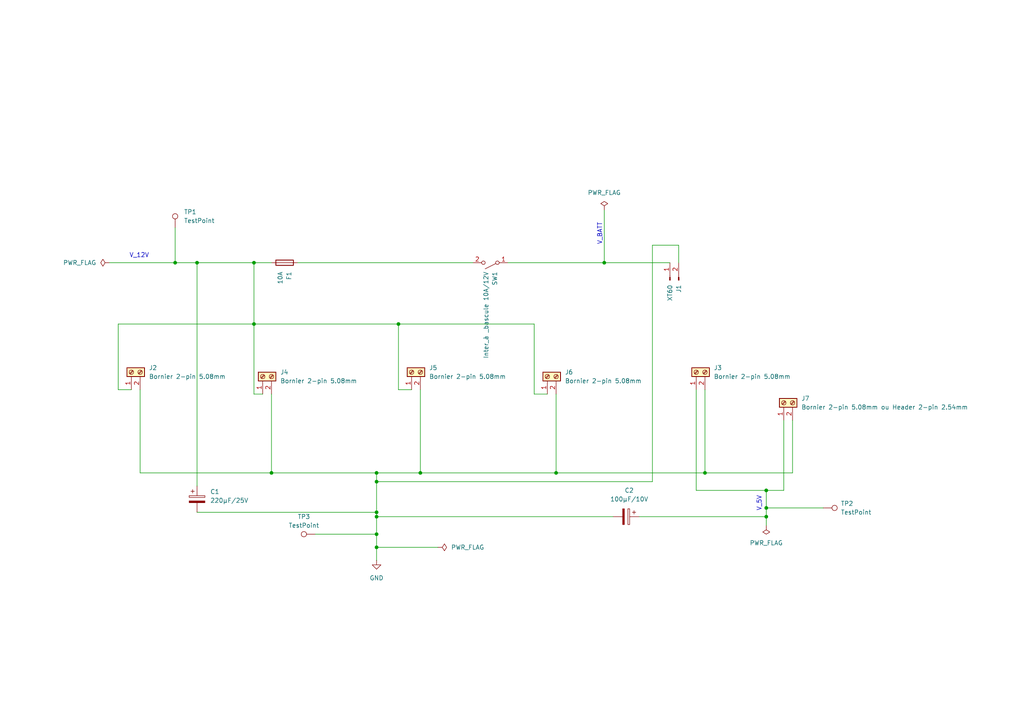
<source format=kicad_sch>
(kicad_sch
	(version 20250114)
	(generator "eeschema")
	(generator_version "9.0")
	(uuid "bedd8534-b7a0-41e8-89bb-cb664049b3c7")
	(paper "A4")
	(title_block
		(title "Carte Distribution Puissance")
		(date "23/11/2025")
		(rev "Premier schema")
		(company "Team SINJAB")
		(comment 1 "Gauthier")
	)
	(lib_symbols
		(symbol "Connector:Conn_01x02_Pin"
			(pin_names
				(offset 1.016)
				(hide yes)
			)
			(exclude_from_sim no)
			(in_bom yes)
			(on_board yes)
			(property "Reference" "J"
				(at 0 2.54 0)
				(effects
					(font
						(size 1.27 1.27)
					)
				)
			)
			(property "Value" "Conn_01x02_Pin"
				(at 0 -5.08 0)
				(effects
					(font
						(size 1.27 1.27)
					)
				)
			)
			(property "Footprint" ""
				(at 0 0 0)
				(effects
					(font
						(size 1.27 1.27)
					)
					(hide yes)
				)
			)
			(property "Datasheet" "~"
				(at 0 0 0)
				(effects
					(font
						(size 1.27 1.27)
					)
					(hide yes)
				)
			)
			(property "Description" "Generic connector, single row, 01x02, script generated"
				(at 0 0 0)
				(effects
					(font
						(size 1.27 1.27)
					)
					(hide yes)
				)
			)
			(property "ki_locked" ""
				(at 0 0 0)
				(effects
					(font
						(size 1.27 1.27)
					)
				)
			)
			(property "ki_keywords" "connector"
				(at 0 0 0)
				(effects
					(font
						(size 1.27 1.27)
					)
					(hide yes)
				)
			)
			(property "ki_fp_filters" "Connector*:*_1x??_*"
				(at 0 0 0)
				(effects
					(font
						(size 1.27 1.27)
					)
					(hide yes)
				)
			)
			(symbol "Conn_01x02_Pin_1_1"
				(rectangle
					(start 0.8636 0.127)
					(end 0 -0.127)
					(stroke
						(width 0.1524)
						(type default)
					)
					(fill
						(type outline)
					)
				)
				(rectangle
					(start 0.8636 -2.413)
					(end 0 -2.667)
					(stroke
						(width 0.1524)
						(type default)
					)
					(fill
						(type outline)
					)
				)
				(polyline
					(pts
						(xy 1.27 0) (xy 0.8636 0)
					)
					(stroke
						(width 0.1524)
						(type default)
					)
					(fill
						(type none)
					)
				)
				(polyline
					(pts
						(xy 1.27 -2.54) (xy 0.8636 -2.54)
					)
					(stroke
						(width 0.1524)
						(type default)
					)
					(fill
						(type none)
					)
				)
				(pin passive line
					(at 5.08 0 180)
					(length 3.81)
					(name "Pin_1"
						(effects
							(font
								(size 1.27 1.27)
							)
						)
					)
					(number "1"
						(effects
							(font
								(size 1.27 1.27)
							)
						)
					)
				)
				(pin passive line
					(at 5.08 -2.54 180)
					(length 3.81)
					(name "Pin_2"
						(effects
							(font
								(size 1.27 1.27)
							)
						)
					)
					(number "2"
						(effects
							(font
								(size 1.27 1.27)
							)
						)
					)
				)
			)
			(embedded_fonts no)
		)
		(symbol "Connector:Screw_Terminal_01x02"
			(pin_names
				(offset 1.016)
				(hide yes)
			)
			(exclude_from_sim no)
			(in_bom yes)
			(on_board yes)
			(property "Reference" "J"
				(at 0 2.54 0)
				(effects
					(font
						(size 1.27 1.27)
					)
				)
			)
			(property "Value" "Screw_Terminal_01x02"
				(at 0 -5.08 0)
				(effects
					(font
						(size 1.27 1.27)
					)
				)
			)
			(property "Footprint" ""
				(at 0 0 0)
				(effects
					(font
						(size 1.27 1.27)
					)
					(hide yes)
				)
			)
			(property "Datasheet" "~"
				(at 0 0 0)
				(effects
					(font
						(size 1.27 1.27)
					)
					(hide yes)
				)
			)
			(property "Description" "Generic screw terminal, single row, 01x02, script generated (kicad-library-utils/schlib/autogen/connector/)"
				(at 0 0 0)
				(effects
					(font
						(size 1.27 1.27)
					)
					(hide yes)
				)
			)
			(property "ki_keywords" "screw terminal"
				(at 0 0 0)
				(effects
					(font
						(size 1.27 1.27)
					)
					(hide yes)
				)
			)
			(property "ki_fp_filters" "TerminalBlock*:*"
				(at 0 0 0)
				(effects
					(font
						(size 1.27 1.27)
					)
					(hide yes)
				)
			)
			(symbol "Screw_Terminal_01x02_1_1"
				(rectangle
					(start -1.27 1.27)
					(end 1.27 -3.81)
					(stroke
						(width 0.254)
						(type default)
					)
					(fill
						(type background)
					)
				)
				(polyline
					(pts
						(xy -0.5334 0.3302) (xy 0.3302 -0.508)
					)
					(stroke
						(width 0.1524)
						(type default)
					)
					(fill
						(type none)
					)
				)
				(polyline
					(pts
						(xy -0.5334 -2.2098) (xy 0.3302 -3.048)
					)
					(stroke
						(width 0.1524)
						(type default)
					)
					(fill
						(type none)
					)
				)
				(polyline
					(pts
						(xy -0.3556 0.508) (xy 0.508 -0.3302)
					)
					(stroke
						(width 0.1524)
						(type default)
					)
					(fill
						(type none)
					)
				)
				(polyline
					(pts
						(xy -0.3556 -2.032) (xy 0.508 -2.8702)
					)
					(stroke
						(width 0.1524)
						(type default)
					)
					(fill
						(type none)
					)
				)
				(circle
					(center 0 0)
					(radius 0.635)
					(stroke
						(width 0.1524)
						(type default)
					)
					(fill
						(type none)
					)
				)
				(circle
					(center 0 -2.54)
					(radius 0.635)
					(stroke
						(width 0.1524)
						(type default)
					)
					(fill
						(type none)
					)
				)
				(pin passive line
					(at -5.08 0 0)
					(length 3.81)
					(name "Pin_1"
						(effects
							(font
								(size 1.27 1.27)
							)
						)
					)
					(number "1"
						(effects
							(font
								(size 1.27 1.27)
							)
						)
					)
				)
				(pin passive line
					(at -5.08 -2.54 0)
					(length 3.81)
					(name "Pin_2"
						(effects
							(font
								(size 1.27 1.27)
							)
						)
					)
					(number "2"
						(effects
							(font
								(size 1.27 1.27)
							)
						)
					)
				)
			)
			(embedded_fonts no)
		)
		(symbol "Connector:TestPoint"
			(pin_numbers
				(hide yes)
			)
			(pin_names
				(offset 0.762)
				(hide yes)
			)
			(exclude_from_sim no)
			(in_bom yes)
			(on_board yes)
			(property "Reference" "TP"
				(at 0 6.858 0)
				(effects
					(font
						(size 1.27 1.27)
					)
				)
			)
			(property "Value" "TestPoint"
				(at 0 5.08 0)
				(effects
					(font
						(size 1.27 1.27)
					)
				)
			)
			(property "Footprint" ""
				(at 5.08 0 0)
				(effects
					(font
						(size 1.27 1.27)
					)
					(hide yes)
				)
			)
			(property "Datasheet" "~"
				(at 5.08 0 0)
				(effects
					(font
						(size 1.27 1.27)
					)
					(hide yes)
				)
			)
			(property "Description" "test point"
				(at 0 0 0)
				(effects
					(font
						(size 1.27 1.27)
					)
					(hide yes)
				)
			)
			(property "ki_keywords" "test point tp"
				(at 0 0 0)
				(effects
					(font
						(size 1.27 1.27)
					)
					(hide yes)
				)
			)
			(property "ki_fp_filters" "Pin* Test*"
				(at 0 0 0)
				(effects
					(font
						(size 1.27 1.27)
					)
					(hide yes)
				)
			)
			(symbol "TestPoint_0_1"
				(circle
					(center 0 3.302)
					(radius 0.762)
					(stroke
						(width 0)
						(type default)
					)
					(fill
						(type none)
					)
				)
			)
			(symbol "TestPoint_1_1"
				(pin passive line
					(at 0 0 90)
					(length 2.54)
					(name "1"
						(effects
							(font
								(size 1.27 1.27)
							)
						)
					)
					(number "1"
						(effects
							(font
								(size 1.27 1.27)
							)
						)
					)
				)
			)
			(embedded_fonts no)
		)
		(symbol "Device:C_Polarized"
			(pin_numbers
				(hide yes)
			)
			(pin_names
				(offset 0.254)
			)
			(exclude_from_sim no)
			(in_bom yes)
			(on_board yes)
			(property "Reference" "C"
				(at 0.635 2.54 0)
				(effects
					(font
						(size 1.27 1.27)
					)
					(justify left)
				)
			)
			(property "Value" "C_Polarized"
				(at 0.635 -2.54 0)
				(effects
					(font
						(size 1.27 1.27)
					)
					(justify left)
				)
			)
			(property "Footprint" ""
				(at 0.9652 -3.81 0)
				(effects
					(font
						(size 1.27 1.27)
					)
					(hide yes)
				)
			)
			(property "Datasheet" "~"
				(at 0 0 0)
				(effects
					(font
						(size 1.27 1.27)
					)
					(hide yes)
				)
			)
			(property "Description" "Polarized capacitor"
				(at 0 0 0)
				(effects
					(font
						(size 1.27 1.27)
					)
					(hide yes)
				)
			)
			(property "ki_keywords" "cap capacitor"
				(at 0 0 0)
				(effects
					(font
						(size 1.27 1.27)
					)
					(hide yes)
				)
			)
			(property "ki_fp_filters" "CP_*"
				(at 0 0 0)
				(effects
					(font
						(size 1.27 1.27)
					)
					(hide yes)
				)
			)
			(symbol "C_Polarized_0_1"
				(rectangle
					(start -2.286 0.508)
					(end 2.286 1.016)
					(stroke
						(width 0)
						(type default)
					)
					(fill
						(type none)
					)
				)
				(polyline
					(pts
						(xy -1.778 2.286) (xy -0.762 2.286)
					)
					(stroke
						(width 0)
						(type default)
					)
					(fill
						(type none)
					)
				)
				(polyline
					(pts
						(xy -1.27 2.794) (xy -1.27 1.778)
					)
					(stroke
						(width 0)
						(type default)
					)
					(fill
						(type none)
					)
				)
				(rectangle
					(start 2.286 -0.508)
					(end -2.286 -1.016)
					(stroke
						(width 0)
						(type default)
					)
					(fill
						(type outline)
					)
				)
			)
			(symbol "C_Polarized_1_1"
				(pin passive line
					(at 0 3.81 270)
					(length 2.794)
					(name "~"
						(effects
							(font
								(size 1.27 1.27)
							)
						)
					)
					(number "1"
						(effects
							(font
								(size 1.27 1.27)
							)
						)
					)
				)
				(pin passive line
					(at 0 -3.81 90)
					(length 2.794)
					(name "~"
						(effects
							(font
								(size 1.27 1.27)
							)
						)
					)
					(number "2"
						(effects
							(font
								(size 1.27 1.27)
							)
						)
					)
				)
			)
			(embedded_fonts no)
		)
		(symbol "Device:Fuse"
			(pin_numbers
				(hide yes)
			)
			(pin_names
				(offset 0)
			)
			(exclude_from_sim no)
			(in_bom yes)
			(on_board yes)
			(property "Reference" "F"
				(at 2.032 0 90)
				(effects
					(font
						(size 1.27 1.27)
					)
				)
			)
			(property "Value" "Fuse"
				(at -1.905 0 90)
				(effects
					(font
						(size 1.27 1.27)
					)
				)
			)
			(property "Footprint" ""
				(at -1.778 0 90)
				(effects
					(font
						(size 1.27 1.27)
					)
					(hide yes)
				)
			)
			(property "Datasheet" "~"
				(at 0 0 0)
				(effects
					(font
						(size 1.27 1.27)
					)
					(hide yes)
				)
			)
			(property "Description" "Fuse"
				(at 0 0 0)
				(effects
					(font
						(size 1.27 1.27)
					)
					(hide yes)
				)
			)
			(property "ki_keywords" "fuse"
				(at 0 0 0)
				(effects
					(font
						(size 1.27 1.27)
					)
					(hide yes)
				)
			)
			(property "ki_fp_filters" "*Fuse*"
				(at 0 0 0)
				(effects
					(font
						(size 1.27 1.27)
					)
					(hide yes)
				)
			)
			(symbol "Fuse_0_1"
				(rectangle
					(start -0.762 -2.54)
					(end 0.762 2.54)
					(stroke
						(width 0.254)
						(type default)
					)
					(fill
						(type none)
					)
				)
				(polyline
					(pts
						(xy 0 2.54) (xy 0 -2.54)
					)
					(stroke
						(width 0)
						(type default)
					)
					(fill
						(type none)
					)
				)
			)
			(symbol "Fuse_1_1"
				(pin passive line
					(at 0 3.81 270)
					(length 1.27)
					(name "~"
						(effects
							(font
								(size 1.27 1.27)
							)
						)
					)
					(number "1"
						(effects
							(font
								(size 1.27 1.27)
							)
						)
					)
				)
				(pin passive line
					(at 0 -3.81 90)
					(length 1.27)
					(name "~"
						(effects
							(font
								(size 1.27 1.27)
							)
						)
					)
					(number "2"
						(effects
							(font
								(size 1.27 1.27)
							)
						)
					)
				)
			)
			(embedded_fonts no)
		)
		(symbol "Switch:SW_SPST"
			(pin_names
				(offset 0)
				(hide yes)
			)
			(exclude_from_sim no)
			(in_bom yes)
			(on_board yes)
			(property "Reference" "SW"
				(at 0 3.175 0)
				(effects
					(font
						(size 1.27 1.27)
					)
				)
			)
			(property "Value" "SW_SPST"
				(at 0 -2.54 0)
				(effects
					(font
						(size 1.27 1.27)
					)
				)
			)
			(property "Footprint" ""
				(at 0 0 0)
				(effects
					(font
						(size 1.27 1.27)
					)
					(hide yes)
				)
			)
			(property "Datasheet" "~"
				(at 0 0 0)
				(effects
					(font
						(size 1.27 1.27)
					)
					(hide yes)
				)
			)
			(property "Description" "Single Pole Single Throw (SPST) switch"
				(at 0 0 0)
				(effects
					(font
						(size 1.27 1.27)
					)
					(hide yes)
				)
			)
			(property "ki_keywords" "switch lever"
				(at 0 0 0)
				(effects
					(font
						(size 1.27 1.27)
					)
					(hide yes)
				)
			)
			(symbol "SW_SPST_0_0"
				(circle
					(center -2.032 0)
					(radius 0.508)
					(stroke
						(width 0)
						(type default)
					)
					(fill
						(type none)
					)
				)
				(polyline
					(pts
						(xy -1.524 0.254) (xy 1.524 1.778)
					)
					(stroke
						(width 0)
						(type default)
					)
					(fill
						(type none)
					)
				)
				(circle
					(center 2.032 0)
					(radius 0.508)
					(stroke
						(width 0)
						(type default)
					)
					(fill
						(type none)
					)
				)
			)
			(symbol "SW_SPST_1_1"
				(pin passive line
					(at -5.08 0 0)
					(length 2.54)
					(name "A"
						(effects
							(font
								(size 1.27 1.27)
							)
						)
					)
					(number "1"
						(effects
							(font
								(size 1.27 1.27)
							)
						)
					)
				)
				(pin passive line
					(at 5.08 0 180)
					(length 2.54)
					(name "B"
						(effects
							(font
								(size 1.27 1.27)
							)
						)
					)
					(number "2"
						(effects
							(font
								(size 1.27 1.27)
							)
						)
					)
				)
			)
			(embedded_fonts no)
		)
		(symbol "power:GND"
			(power)
			(pin_numbers
				(hide yes)
			)
			(pin_names
				(offset 0)
				(hide yes)
			)
			(exclude_from_sim no)
			(in_bom yes)
			(on_board yes)
			(property "Reference" "#PWR"
				(at 0 -6.35 0)
				(effects
					(font
						(size 1.27 1.27)
					)
					(hide yes)
				)
			)
			(property "Value" "GND"
				(at 0 -3.81 0)
				(effects
					(font
						(size 1.27 1.27)
					)
				)
			)
			(property "Footprint" ""
				(at 0 0 0)
				(effects
					(font
						(size 1.27 1.27)
					)
					(hide yes)
				)
			)
			(property "Datasheet" ""
				(at 0 0 0)
				(effects
					(font
						(size 1.27 1.27)
					)
					(hide yes)
				)
			)
			(property "Description" "Power symbol creates a global label with name \"GND\" , ground"
				(at 0 0 0)
				(effects
					(font
						(size 1.27 1.27)
					)
					(hide yes)
				)
			)
			(property "ki_keywords" "global power"
				(at 0 0 0)
				(effects
					(font
						(size 1.27 1.27)
					)
					(hide yes)
				)
			)
			(symbol "GND_0_1"
				(polyline
					(pts
						(xy 0 0) (xy 0 -1.27) (xy 1.27 -1.27) (xy 0 -2.54) (xy -1.27 -1.27) (xy 0 -1.27)
					)
					(stroke
						(width 0)
						(type default)
					)
					(fill
						(type none)
					)
				)
			)
			(symbol "GND_1_1"
				(pin power_in line
					(at 0 0 270)
					(length 0)
					(name "~"
						(effects
							(font
								(size 1.27 1.27)
							)
						)
					)
					(number "1"
						(effects
							(font
								(size 1.27 1.27)
							)
						)
					)
				)
			)
			(embedded_fonts no)
		)
		(symbol "power:PWR_FLAG"
			(power)
			(pin_numbers
				(hide yes)
			)
			(pin_names
				(offset 0)
				(hide yes)
			)
			(exclude_from_sim no)
			(in_bom yes)
			(on_board yes)
			(property "Reference" "#FLG"
				(at 0 1.905 0)
				(effects
					(font
						(size 1.27 1.27)
					)
					(hide yes)
				)
			)
			(property "Value" "PWR_FLAG"
				(at 0 3.81 0)
				(effects
					(font
						(size 1.27 1.27)
					)
				)
			)
			(property "Footprint" ""
				(at 0 0 0)
				(effects
					(font
						(size 1.27 1.27)
					)
					(hide yes)
				)
			)
			(property "Datasheet" "~"
				(at 0 0 0)
				(effects
					(font
						(size 1.27 1.27)
					)
					(hide yes)
				)
			)
			(property "Description" "Special symbol for telling ERC where power comes from"
				(at 0 0 0)
				(effects
					(font
						(size 1.27 1.27)
					)
					(hide yes)
				)
			)
			(property "ki_keywords" "flag power"
				(at 0 0 0)
				(effects
					(font
						(size 1.27 1.27)
					)
					(hide yes)
				)
			)
			(symbol "PWR_FLAG_0_0"
				(pin power_out line
					(at 0 0 90)
					(length 0)
					(name "~"
						(effects
							(font
								(size 1.27 1.27)
							)
						)
					)
					(number "1"
						(effects
							(font
								(size 1.27 1.27)
							)
						)
					)
				)
			)
			(symbol "PWR_FLAG_0_1"
				(polyline
					(pts
						(xy 0 0) (xy 0 1.27) (xy -1.016 1.905) (xy 0 2.54) (xy 1.016 1.905) (xy 0 1.27)
					)
					(stroke
						(width 0)
						(type default)
					)
					(fill
						(type none)
					)
				)
			)
			(embedded_fonts no)
		)
	)
	(text "V_12V"
		(exclude_from_sim no)
		(at 40.386 74.168 0)
		(effects
			(font
				(size 1.27 1.27)
			)
		)
		(uuid "01a7948e-ffbd-4241-a458-307bd8501d26")
	)
	(text "V_BATT"
		(exclude_from_sim no)
		(at 173.99 67.818 90)
		(effects
			(font
				(size 1.27 1.27)
			)
		)
		(uuid "67d33656-f923-47f3-840d-887d8ecc5e69")
	)
	(text "V_5V"
		(exclude_from_sim no)
		(at 220.218 146.05 90)
		(effects
			(font
				(size 1.27 1.27)
			)
		)
		(uuid "6a4a62ad-ad76-478d-88ef-86f59206c607")
	)
	(junction
		(at 109.22 137.16)
		(diameter 0)
		(color 0 0 0 0)
		(uuid "00a9563a-2336-47b3-8a77-561b24295d4a")
	)
	(junction
		(at 109.22 154.94)
		(diameter 0)
		(color 0 0 0 0)
		(uuid "103197af-7461-43cf-96f4-97f8f3dcd618")
	)
	(junction
		(at 222.25 142.24)
		(diameter 0)
		(color 0 0 0 0)
		(uuid "10f2a18b-e8ad-4a50-807b-37ef7664964c")
	)
	(junction
		(at 175.26 76.2)
		(diameter 0)
		(color 0 0 0 0)
		(uuid "19ca2f10-abd7-413e-a7c0-e5c52c48e097")
	)
	(junction
		(at 78.74 137.16)
		(diameter 0)
		(color 0 0 0 0)
		(uuid "21e012a8-2bc7-4a16-aa86-742006e2127d")
	)
	(junction
		(at 57.15 76.2)
		(diameter 0)
		(color 0 0 0 0)
		(uuid "360f2285-63e1-42ee-8fb5-003598868c39")
	)
	(junction
		(at 73.66 76.2)
		(diameter 0)
		(color 0 0 0 0)
		(uuid "51262c92-c625-4efc-abf3-6eeb524ba74e")
	)
	(junction
		(at 115.57 93.98)
		(diameter 0)
		(color 0 0 0 0)
		(uuid "573de7a7-3534-48e4-bdaa-db12bf3ffb4c")
	)
	(junction
		(at 161.29 137.16)
		(diameter 0)
		(color 0 0 0 0)
		(uuid "637e05c9-dfb0-4204-9abc-60a7a90f1692")
	)
	(junction
		(at 73.66 93.98)
		(diameter 0)
		(color 0 0 0 0)
		(uuid "876dc1ba-7ad3-432a-99d3-292410c14e60")
	)
	(junction
		(at 109.22 158.75)
		(diameter 0)
		(color 0 0 0 0)
		(uuid "8aa274b1-3b23-4da9-96e0-5d61ba89c0f6")
	)
	(junction
		(at 109.22 148.59)
		(diameter 0)
		(color 0 0 0 0)
		(uuid "9422b05d-072b-4bc5-b872-ba67e3b3bef9")
	)
	(junction
		(at 109.22 149.86)
		(diameter 0)
		(color 0 0 0 0)
		(uuid "94aeb564-e97b-4572-8f1d-a906068ce2a8")
	)
	(junction
		(at 222.25 149.86)
		(diameter 0)
		(color 0 0 0 0)
		(uuid "adc1b856-c07a-4c44-bbe1-0aa9a580ae87")
	)
	(junction
		(at 50.8 76.2)
		(diameter 0)
		(color 0 0 0 0)
		(uuid "adefc066-a595-41cb-81d2-c330c6607c54")
	)
	(junction
		(at 109.22 139.7)
		(diameter 0)
		(color 0 0 0 0)
		(uuid "bcaf0bd6-6ee8-4378-bdf5-1ea1e6483556")
	)
	(junction
		(at 121.92 137.16)
		(diameter 0)
		(color 0 0 0 0)
		(uuid "e28d0538-f80a-41ba-b2f5-04997902edef")
	)
	(junction
		(at 204.47 137.16)
		(diameter 0)
		(color 0 0 0 0)
		(uuid "ff16c145-93fb-42d4-b9e7-bbc4f5962b10")
	)
	(junction
		(at 222.25 147.32)
		(diameter 0)
		(color 0 0 0 0)
		(uuid "ff4756a1-f7b8-4001-af9f-dc7821faba88")
	)
	(wire
		(pts
			(xy 222.25 142.24) (xy 222.25 147.32)
		)
		(stroke
			(width 0)
			(type default)
		)
		(uuid "06d5248c-543f-42a0-b3ff-91a43e1a93e0")
	)
	(wire
		(pts
			(xy 121.92 113.03) (xy 121.92 137.16)
		)
		(stroke
			(width 0)
			(type default)
		)
		(uuid "08fd1272-a78b-4549-b12a-817557d24ecd")
	)
	(wire
		(pts
			(xy 73.66 93.98) (xy 115.57 93.98)
		)
		(stroke
			(width 0)
			(type default)
		)
		(uuid "11300f09-ce18-4f66-80dc-276a43e2b509")
	)
	(wire
		(pts
			(xy 34.29 113.03) (xy 34.29 93.98)
		)
		(stroke
			(width 0)
			(type default)
		)
		(uuid "1470adc9-f612-4814-817d-556391648fc6")
	)
	(wire
		(pts
			(xy 57.15 148.59) (xy 109.22 148.59)
		)
		(stroke
			(width 0)
			(type default)
		)
		(uuid "14bb8b0e-1268-4f67-bea2-0bf21654cec3")
	)
	(wire
		(pts
			(xy 204.47 137.16) (xy 161.29 137.16)
		)
		(stroke
			(width 0)
			(type default)
		)
		(uuid "176f20cc-e81c-4238-9f3d-55839f9218e0")
	)
	(wire
		(pts
			(xy 91.44 154.94) (xy 109.22 154.94)
		)
		(stroke
			(width 0)
			(type default)
		)
		(uuid "1b74839e-5ed2-489f-a176-80fc850dc664")
	)
	(wire
		(pts
			(xy 115.57 113.03) (xy 115.57 93.98)
		)
		(stroke
			(width 0)
			(type default)
		)
		(uuid "24ab7458-fad6-45b1-a112-597787bbb927")
	)
	(wire
		(pts
			(xy 204.47 113.03) (xy 204.47 137.16)
		)
		(stroke
			(width 0)
			(type default)
		)
		(uuid "24c15627-0a55-4776-834a-2a765d5608ca")
	)
	(wire
		(pts
			(xy 119.38 113.03) (xy 115.57 113.03)
		)
		(stroke
			(width 0)
			(type default)
		)
		(uuid "292816d0-d5b0-48a7-a673-1c128ce84a43")
	)
	(wire
		(pts
			(xy 73.66 93.98) (xy 73.66 114.3)
		)
		(stroke
			(width 0)
			(type default)
		)
		(uuid "2badbdea-182d-481a-b68f-dd16fa9e2fbf")
	)
	(wire
		(pts
			(xy 201.93 113.03) (xy 201.93 142.24)
		)
		(stroke
			(width 0)
			(type default)
		)
		(uuid "2c13ef1f-5d38-4a9c-a6b1-add59192da83")
	)
	(wire
		(pts
			(xy 31.75 76.2) (xy 50.8 76.2)
		)
		(stroke
			(width 0)
			(type default)
		)
		(uuid "2e24bda9-1f19-4f1c-82a0-594e093f7b54")
	)
	(wire
		(pts
			(xy 109.22 158.75) (xy 127 158.75)
		)
		(stroke
			(width 0)
			(type default)
		)
		(uuid "2ff8a1ee-8241-440a-a2a6-288952dd0bc4")
	)
	(wire
		(pts
			(xy 109.22 137.16) (xy 78.74 137.16)
		)
		(stroke
			(width 0)
			(type default)
		)
		(uuid "35225e6b-c90b-4f7d-8596-f543dd2a4a6b")
	)
	(wire
		(pts
			(xy 109.22 137.16) (xy 109.22 139.7)
		)
		(stroke
			(width 0)
			(type default)
		)
		(uuid "41baa39a-63e3-45b7-9adf-349a8ced3384")
	)
	(wire
		(pts
			(xy 158.75 114.3) (xy 154.94 114.3)
		)
		(stroke
			(width 0)
			(type default)
		)
		(uuid "434cacd7-1955-457d-9022-ed5c98ffcf7e")
	)
	(wire
		(pts
			(xy 196.85 71.12) (xy 189.23 71.12)
		)
		(stroke
			(width 0)
			(type default)
		)
		(uuid "459a658f-4b82-4671-a67c-bc9c2887e4cf")
	)
	(wire
		(pts
			(xy 229.87 121.92) (xy 229.87 137.16)
		)
		(stroke
			(width 0)
			(type default)
		)
		(uuid "56bfc5e0-845d-41b3-b091-086685582779")
	)
	(wire
		(pts
			(xy 161.29 137.16) (xy 121.92 137.16)
		)
		(stroke
			(width 0)
			(type default)
		)
		(uuid "5881fe80-8a1e-4128-9557-5864c5ac2f4e")
	)
	(wire
		(pts
			(xy 189.23 71.12) (xy 189.23 139.7)
		)
		(stroke
			(width 0)
			(type default)
		)
		(uuid "61760c10-bf48-4b76-9e79-5c292f6a53d0")
	)
	(wire
		(pts
			(xy 38.1 113.03) (xy 34.29 113.03)
		)
		(stroke
			(width 0)
			(type default)
		)
		(uuid "68ea1b65-d439-4ccd-b998-407ffecfac63")
	)
	(wire
		(pts
			(xy 222.25 149.86) (xy 222.25 152.4)
		)
		(stroke
			(width 0)
			(type default)
		)
		(uuid "6f0b8d3f-8231-4617-8aa2-48e378cc6885")
	)
	(wire
		(pts
			(xy 109.22 158.75) (xy 109.22 162.56)
		)
		(stroke
			(width 0)
			(type default)
		)
		(uuid "794d9208-ee29-4777-ba00-46451a32df53")
	)
	(wire
		(pts
			(xy 73.66 114.3) (xy 76.2 114.3)
		)
		(stroke
			(width 0)
			(type default)
		)
		(uuid "7c597cc5-8e0e-42c4-8a43-084db2d22b34")
	)
	(wire
		(pts
			(xy 201.93 142.24) (xy 222.25 142.24)
		)
		(stroke
			(width 0)
			(type default)
		)
		(uuid "7da69231-717b-4778-bc72-b7db4f9028c0")
	)
	(wire
		(pts
			(xy 147.32 76.2) (xy 175.26 76.2)
		)
		(stroke
			(width 0)
			(type default)
		)
		(uuid "815515f3-bcae-4c4f-bae9-118dc5742d52")
	)
	(wire
		(pts
			(xy 121.92 137.16) (xy 109.22 137.16)
		)
		(stroke
			(width 0)
			(type default)
		)
		(uuid "81c92b70-78f2-450a-9e35-282c2e351b9f")
	)
	(wire
		(pts
			(xy 78.74 137.16) (xy 78.74 114.3)
		)
		(stroke
			(width 0)
			(type default)
		)
		(uuid "82213b8a-7877-4d4c-a23b-17adcf573abb")
	)
	(wire
		(pts
			(xy 57.15 76.2) (xy 57.15 140.97)
		)
		(stroke
			(width 0)
			(type default)
		)
		(uuid "85a84ec9-23b2-4a4c-8b00-042a22535363")
	)
	(wire
		(pts
			(xy 222.25 147.32) (xy 238.76 147.32)
		)
		(stroke
			(width 0)
			(type default)
		)
		(uuid "927ef932-2316-4651-9579-3f5b6f330881")
	)
	(wire
		(pts
			(xy 154.94 114.3) (xy 154.94 93.98)
		)
		(stroke
			(width 0)
			(type default)
		)
		(uuid "9b1eb2df-09d0-42ab-b017-44973109e4ae")
	)
	(wire
		(pts
			(xy 57.15 76.2) (xy 73.66 76.2)
		)
		(stroke
			(width 0)
			(type default)
		)
		(uuid "9b79f4cb-ab27-4774-98cd-7cb7b65b7f36")
	)
	(wire
		(pts
			(xy 50.8 76.2) (xy 57.15 76.2)
		)
		(stroke
			(width 0)
			(type default)
		)
		(uuid "9d54b89b-ebe9-4dcd-8971-a2b62154f018")
	)
	(wire
		(pts
			(xy 50.8 66.04) (xy 50.8 76.2)
		)
		(stroke
			(width 0)
			(type default)
		)
		(uuid "9f54a86d-3cf8-401d-8bbc-39a7a3a76410")
	)
	(wire
		(pts
			(xy 109.22 139.7) (xy 109.22 148.59)
		)
		(stroke
			(width 0)
			(type default)
		)
		(uuid "a01c0134-39ca-455c-8b07-df91ff128cf4")
	)
	(wire
		(pts
			(xy 109.22 149.86) (xy 177.8 149.86)
		)
		(stroke
			(width 0)
			(type default)
		)
		(uuid "a028f1d2-ae7f-4552-8185-c4eccdee31c6")
	)
	(wire
		(pts
			(xy 185.42 149.86) (xy 222.25 149.86)
		)
		(stroke
			(width 0)
			(type default)
		)
		(uuid "a177069c-4c8b-4361-be3b-1944bef98c0f")
	)
	(wire
		(pts
			(xy 34.29 93.98) (xy 73.66 93.98)
		)
		(stroke
			(width 0)
			(type default)
		)
		(uuid "a2a9d0d8-0b73-414b-89fc-e1a0d44eea4f")
	)
	(wire
		(pts
			(xy 222.25 147.32) (xy 222.25 149.86)
		)
		(stroke
			(width 0)
			(type default)
		)
		(uuid "a3e97e31-630b-4e06-b874-f59dd4a003d0")
	)
	(wire
		(pts
			(xy 109.22 148.59) (xy 109.22 149.86)
		)
		(stroke
			(width 0)
			(type default)
		)
		(uuid "a5f14ccc-58a5-4808-bc2c-8150fbfd4536")
	)
	(wire
		(pts
			(xy 40.64 113.03) (xy 40.64 137.16)
		)
		(stroke
			(width 0)
			(type default)
		)
		(uuid "ad858583-06b7-4f18-9891-c019c2735395")
	)
	(wire
		(pts
			(xy 175.26 60.96) (xy 175.26 76.2)
		)
		(stroke
			(width 0)
			(type default)
		)
		(uuid "b102ff74-6de2-47f9-8683-1b030d4ac451")
	)
	(wire
		(pts
			(xy 154.94 93.98) (xy 115.57 93.98)
		)
		(stroke
			(width 0)
			(type default)
		)
		(uuid "c297c5ac-5c17-47b3-912e-c186b1714964")
	)
	(wire
		(pts
			(xy 109.22 139.7) (xy 189.23 139.7)
		)
		(stroke
			(width 0)
			(type default)
		)
		(uuid "c5a4127f-af08-4ef9-a394-7ade12388b23")
	)
	(wire
		(pts
			(xy 86.36 76.2) (xy 137.16 76.2)
		)
		(stroke
			(width 0)
			(type default)
		)
		(uuid "ccdb087f-02a5-4e56-84d5-1352f7fbd7d5")
	)
	(wire
		(pts
			(xy 175.26 76.2) (xy 194.31 76.2)
		)
		(stroke
			(width 0)
			(type default)
		)
		(uuid "d219730c-3862-4ad7-81dd-ce7106964d56")
	)
	(wire
		(pts
			(xy 109.22 149.86) (xy 109.22 154.94)
		)
		(stroke
			(width 0)
			(type default)
		)
		(uuid "d9087629-f1be-4632-9e11-3120a70873c3")
	)
	(wire
		(pts
			(xy 109.22 154.94) (xy 109.22 158.75)
		)
		(stroke
			(width 0)
			(type default)
		)
		(uuid "d918bb00-4d3d-4066-80f3-439a6c932688")
	)
	(wire
		(pts
			(xy 73.66 76.2) (xy 73.66 93.98)
		)
		(stroke
			(width 0)
			(type default)
		)
		(uuid "dac0861e-be72-4148-af23-01efe90e0c74")
	)
	(wire
		(pts
			(xy 40.64 137.16) (xy 78.74 137.16)
		)
		(stroke
			(width 0)
			(type default)
		)
		(uuid "e9469a96-9569-4ede-b630-731bfd1eddb2")
	)
	(wire
		(pts
			(xy 161.29 114.3) (xy 161.29 137.16)
		)
		(stroke
			(width 0)
			(type default)
		)
		(uuid "e9f0b8cc-810d-43f5-a5f9-407eb8725b2a")
	)
	(wire
		(pts
			(xy 196.85 76.2) (xy 196.85 71.12)
		)
		(stroke
			(width 0)
			(type default)
		)
		(uuid "ed5630af-7ceb-420e-843b-929af1c91b8b")
	)
	(wire
		(pts
			(xy 78.74 76.2) (xy 73.66 76.2)
		)
		(stroke
			(width 0)
			(type default)
		)
		(uuid "ed67fa40-d6e2-473b-adf0-8df900085d49")
	)
	(wire
		(pts
			(xy 229.87 137.16) (xy 204.47 137.16)
		)
		(stroke
			(width 0)
			(type default)
		)
		(uuid "ee4e1321-448d-43f4-b3f3-e7c33821efc8")
	)
	(wire
		(pts
			(xy 222.25 142.24) (xy 227.33 142.24)
		)
		(stroke
			(width 0)
			(type default)
		)
		(uuid "efd1c579-c255-4f0c-b846-e7d80663ae6a")
	)
	(wire
		(pts
			(xy 227.33 142.24) (xy 227.33 121.92)
		)
		(stroke
			(width 0)
			(type default)
		)
		(uuid "fa231fbb-a14c-4202-b65a-d6c751f12263")
	)
	(symbol
		(lib_id "Device:C_Polarized")
		(at 181.61 149.86 270)
		(unit 1)
		(exclude_from_sim no)
		(in_bom yes)
		(on_board yes)
		(dnp no)
		(fields_autoplaced yes)
		(uuid "00de8b59-4f02-4d13-9c7d-f521b8afd8a0")
		(property "Reference" "C2"
			(at 182.499 142.24 90)
			(effects
				(font
					(size 1.27 1.27)
				)
			)
		)
		(property "Value" "100µF/10V"
			(at 182.499 144.78 90)
			(effects
				(font
					(size 1.27 1.27)
				)
			)
		)
		(property "Footprint" "Capacitor_THT:C_Axial_L3.8mm_D2.6mm_P15.00mm_Horizontal"
			(at 177.8 150.8252 0)
			(effects
				(font
					(size 1.27 1.27)
				)
				(hide yes)
			)
		)
		(property "Datasheet" "~"
			(at 181.61 149.86 0)
			(effects
				(font
					(size 1.27 1.27)
				)
				(hide yes)
			)
		)
		(property "Description" "Polarized capacitor"
			(at 181.61 149.86 0)
			(effects
				(font
					(size 1.27 1.27)
				)
				(hide yes)
			)
		)
		(pin "2"
			(uuid "5ac3ad5d-95f5-41fc-b82c-54efd9edf476")
		)
		(pin "1"
			(uuid "d7821fe3-f456-41d9-9f57-691da3bed1cc")
		)
		(instances
			(project ""
				(path "/bedd8534-b7a0-41e8-89bb-cb664049b3c7"
					(reference "C2")
					(unit 1)
				)
			)
		)
	)
	(symbol
		(lib_id "power:GND")
		(at 109.22 162.56 0)
		(unit 1)
		(exclude_from_sim no)
		(in_bom yes)
		(on_board yes)
		(dnp no)
		(fields_autoplaced yes)
		(uuid "1178e4aa-9dc1-447a-85ac-feb33daf61f5")
		(property "Reference" "#PWR01"
			(at 109.22 168.91 0)
			(effects
				(font
					(size 1.27 1.27)
				)
				(hide yes)
			)
		)
		(property "Value" "GND"
			(at 109.22 167.64 0)
			(effects
				(font
					(size 1.27 1.27)
				)
			)
		)
		(property "Footprint" ""
			(at 109.22 162.56 0)
			(effects
				(font
					(size 1.27 1.27)
				)
				(hide yes)
			)
		)
		(property "Datasheet" ""
			(at 109.22 162.56 0)
			(effects
				(font
					(size 1.27 1.27)
				)
				(hide yes)
			)
		)
		(property "Description" "Power symbol creates a global label with name \"GND\" , ground"
			(at 109.22 162.56 0)
			(effects
				(font
					(size 1.27 1.27)
				)
				(hide yes)
			)
		)
		(pin "1"
			(uuid "aeaef8e4-f1f2-4ed9-a5d2-68e1826b9329")
		)
		(instances
			(project "SINJAB_PDB"
				(path "/bedd8534-b7a0-41e8-89bb-cb664049b3c7"
					(reference "#PWR01")
					(unit 1)
				)
			)
		)
	)
	(symbol
		(lib_id "Connector:Screw_Terminal_01x02")
		(at 119.38 107.95 90)
		(unit 1)
		(exclude_from_sim no)
		(in_bom yes)
		(on_board yes)
		(dnp no)
		(fields_autoplaced yes)
		(uuid "21f0397a-3544-4d09-8b8d-8dc0d11f09f1")
		(property "Reference" "J5"
			(at 124.46 106.6799 90)
			(effects
				(font
					(size 1.27 1.27)
				)
				(justify right)
			)
		)
		(property "Value" "Bornier 2-pin 5.08mm"
			(at 124.46 109.2199 90)
			(effects
				(font
					(size 1.27 1.27)
				)
				(justify right)
			)
		)
		(property "Footprint" "Connector_JST:JST_EH_B2B-EH-A_1x02_P2.50mm_Vertical"
			(at 119.38 107.95 0)
			(effects
				(font
					(size 1.27 1.27)
				)
				(hide yes)
			)
		)
		(property "Datasheet" "~"
			(at 119.38 107.95 0)
			(effects
				(font
					(size 1.27 1.27)
				)
				(hide yes)
			)
		)
		(property "Description" "Generic screw terminal, single row, 01x02, script generated (kicad-library-utils/schlib/autogen/connector/)"
			(at 119.38 107.95 0)
			(effects
				(font
					(size 1.27 1.27)
				)
				(hide yes)
			)
		)
		(pin "1"
			(uuid "9f0c1d6c-2714-4b4a-9fcf-93672b045d48")
		)
		(pin "2"
			(uuid "28548db1-0241-4f40-8371-1fdfa6f0335f")
		)
		(instances
			(project "SINJAB_PDB"
				(path "/bedd8534-b7a0-41e8-89bb-cb664049b3c7"
					(reference "J5")
					(unit 1)
				)
			)
		)
	)
	(symbol
		(lib_id "Switch:SW_SPST")
		(at 142.24 76.2 180)
		(unit 1)
		(exclude_from_sim no)
		(in_bom yes)
		(on_board yes)
		(dnp no)
		(fields_autoplaced yes)
		(uuid "2f75d89d-2281-463e-b3fa-6a26ee79b096")
		(property "Reference" "SW1"
			(at 143.5101 78.74 90)
			(effects
				(font
					(size 1.27 1.27)
				)
				(justify left)
			)
		)
		(property "Value" "Inter_à _bascule 10A/12V"
			(at 140.9701 78.74 90)
			(effects
				(font
					(size 1.27 1.27)
				)
				(justify left)
			)
		)
		(property "Footprint" "Button_Switch_THT:SW_DIP_SPSTx01_Slide_9.78x4.72mm_W7.62mm_P2.54mm"
			(at 142.24 76.2 0)
			(effects
				(font
					(size 1.27 1.27)
				)
				(hide yes)
			)
		)
		(property "Datasheet" "~"
			(at 142.24 76.2 0)
			(effects
				(font
					(size 1.27 1.27)
				)
				(hide yes)
			)
		)
		(property "Description" "Single Pole Single Throw (SPST) switch"
			(at 142.24 76.2 0)
			(effects
				(font
					(size 1.27 1.27)
				)
				(hide yes)
			)
		)
		(pin "1"
			(uuid "5671320f-2860-4e5d-9a0d-637b81666abd")
		)
		(pin "2"
			(uuid "a6a42cfa-e4e1-4b26-bf72-1173755791c3")
		)
		(instances
			(project ""
				(path "/bedd8534-b7a0-41e8-89bb-cb664049b3c7"
					(reference "SW1")
					(unit 1)
				)
			)
		)
	)
	(symbol
		(lib_id "power:PWR_FLAG")
		(at 127 158.75 270)
		(unit 1)
		(exclude_from_sim no)
		(in_bom yes)
		(on_board yes)
		(dnp no)
		(fields_autoplaced yes)
		(uuid "4a2fec4f-f638-41e3-b495-d8a989cdf91a")
		(property "Reference" "#FLG04"
			(at 128.905 158.75 0)
			(effects
				(font
					(size 1.27 1.27)
				)
				(hide yes)
			)
		)
		(property "Value" "PWR_FLAG"
			(at 130.81 158.7499 90)
			(effects
				(font
					(size 1.27 1.27)
				)
				(justify left)
			)
		)
		(property "Footprint" ""
			(at 127 158.75 0)
			(effects
				(font
					(size 1.27 1.27)
				)
				(hide yes)
			)
		)
		(property "Datasheet" "~"
			(at 127 158.75 0)
			(effects
				(font
					(size 1.27 1.27)
				)
				(hide yes)
			)
		)
		(property "Description" "Special symbol for telling ERC where power comes from"
			(at 127 158.75 0)
			(effects
				(font
					(size 1.27 1.27)
				)
				(hide yes)
			)
		)
		(pin "1"
			(uuid "324235f2-0aaf-450b-a948-8d1ebff62858")
		)
		(instances
			(project "SINJAB_PDB"
				(path "/bedd8534-b7a0-41e8-89bb-cb664049b3c7"
					(reference "#FLG04")
					(unit 1)
				)
			)
		)
	)
	(symbol
		(lib_id "Connector:Screw_Terminal_01x02")
		(at 227.33 116.84 90)
		(unit 1)
		(exclude_from_sim no)
		(in_bom yes)
		(on_board yes)
		(dnp no)
		(fields_autoplaced yes)
		(uuid "77d35264-4405-4c66-8a52-c434948b4ecf")
		(property "Reference" "J7"
			(at 232.41 115.5699 90)
			(effects
				(font
					(size 1.27 1.27)
				)
				(justify right)
			)
		)
		(property "Value" "Bornier 2-pin 5.08mm ou Header 2-pin 2.54mm"
			(at 232.41 118.1099 90)
			(effects
				(font
					(size 1.27 1.27)
				)
				(justify right)
			)
		)
		(property "Footprint" "Connector_JST:JST_EH_B2B-EH-A_1x02_P2.50mm_Vertical"
			(at 227.33 116.84 0)
			(effects
				(font
					(size 1.27 1.27)
				)
				(hide yes)
			)
		)
		(property "Datasheet" "~"
			(at 227.33 116.84 0)
			(effects
				(font
					(size 1.27 1.27)
				)
				(hide yes)
			)
		)
		(property "Description" "Generic screw terminal, single row, 01x02, script generated (kicad-library-utils/schlib/autogen/connector/)"
			(at 227.33 116.84 0)
			(effects
				(font
					(size 1.27 1.27)
				)
				(hide yes)
			)
		)
		(pin "1"
			(uuid "30f72368-4e75-4afc-aae9-95efd3e6a69f")
		)
		(pin "2"
			(uuid "2d97e98c-f5e8-49f1-bc7c-4f17209f549d")
		)
		(instances
			(project "SINJAB_PDB"
				(path "/bedd8534-b7a0-41e8-89bb-cb664049b3c7"
					(reference "J7")
					(unit 1)
				)
			)
		)
	)
	(symbol
		(lib_id "Connector:TestPoint")
		(at 238.76 147.32 270)
		(unit 1)
		(exclude_from_sim no)
		(in_bom yes)
		(on_board yes)
		(dnp no)
		(fields_autoplaced yes)
		(uuid "7c14bc06-21d9-433e-b039-63f10112206b")
		(property "Reference" "TP2"
			(at 243.84 146.0499 90)
			(effects
				(font
					(size 1.27 1.27)
				)
				(justify left)
			)
		)
		(property "Value" "TestPoint"
			(at 243.84 148.5899 90)
			(effects
				(font
					(size 1.27 1.27)
				)
				(justify left)
			)
		)
		(property "Footprint" "TestPoint:TestPoint_Loop_D3.50mm_Drill1.4mm_Beaded"
			(at 238.76 152.4 0)
			(effects
				(font
					(size 1.27 1.27)
				)
				(hide yes)
			)
		)
		(property "Datasheet" "~"
			(at 238.76 152.4 0)
			(effects
				(font
					(size 1.27 1.27)
				)
				(hide yes)
			)
		)
		(property "Description" "test point"
			(at 238.76 147.32 0)
			(effects
				(font
					(size 1.27 1.27)
				)
				(hide yes)
			)
		)
		(pin "1"
			(uuid "d01d8576-7375-4bd9-a8cb-3f6fe9999288")
		)
		(instances
			(project ""
				(path "/bedd8534-b7a0-41e8-89bb-cb664049b3c7"
					(reference "TP2")
					(unit 1)
				)
			)
		)
	)
	(symbol
		(lib_id "Device:Fuse")
		(at 82.55 76.2 90)
		(unit 1)
		(exclude_from_sim no)
		(in_bom yes)
		(on_board yes)
		(dnp no)
		(fields_autoplaced yes)
		(uuid "866dbced-8428-4dcc-9ed9-84fdea50e70e")
		(property "Reference" "F1"
			(at 83.8201 78.74 0)
			(effects
				(font
					(size 1.27 1.27)
				)
				(justify right)
			)
		)
		(property "Value" "10A"
			(at 81.2801 78.74 0)
			(effects
				(font
					(size 1.27 1.27)
				)
				(justify right)
			)
		)
		(property "Footprint" "Fuse:Fuse_Littelfuse-LVR200"
			(at 82.55 77.978 90)
			(effects
				(font
					(size 1.27 1.27)
				)
				(hide yes)
			)
		)
		(property "Datasheet" "~"
			(at 82.55 76.2 0)
			(effects
				(font
					(size 1.27 1.27)
				)
				(hide yes)
			)
		)
		(property "Description" "Fuse"
			(at 82.55 76.2 0)
			(effects
				(font
					(size 1.27 1.27)
				)
				(hide yes)
			)
		)
		(pin "2"
			(uuid "15cd6257-e770-4da8-b94a-361083eb6622")
		)
		(pin "1"
			(uuid "457f90ab-3661-4dbe-9065-a51df3a0b3f8")
		)
		(instances
			(project ""
				(path "/bedd8534-b7a0-41e8-89bb-cb664049b3c7"
					(reference "F1")
					(unit 1)
				)
			)
		)
	)
	(symbol
		(lib_id "power:PWR_FLAG")
		(at 175.26 60.96 0)
		(unit 1)
		(exclude_from_sim no)
		(in_bom yes)
		(on_board yes)
		(dnp no)
		(fields_autoplaced yes)
		(uuid "9190c379-1bec-4162-8edd-2c34802995d1")
		(property "Reference" "#FLG03"
			(at 175.26 59.055 0)
			(effects
				(font
					(size 1.27 1.27)
				)
				(hide yes)
			)
		)
		(property "Value" "PWR_FLAG"
			(at 175.26 55.88 0)
			(effects
				(font
					(size 1.27 1.27)
				)
			)
		)
		(property "Footprint" ""
			(at 175.26 60.96 0)
			(effects
				(font
					(size 1.27 1.27)
				)
				(hide yes)
			)
		)
		(property "Datasheet" "~"
			(at 175.26 60.96 0)
			(effects
				(font
					(size 1.27 1.27)
				)
				(hide yes)
			)
		)
		(property "Description" "Special symbol for telling ERC where power comes from"
			(at 175.26 60.96 0)
			(effects
				(font
					(size 1.27 1.27)
				)
				(hide yes)
			)
		)
		(pin "1"
			(uuid "b2a06b96-d591-4a3b-973d-43eb893ada0a")
		)
		(instances
			(project "SINJAB_PDB"
				(path "/bedd8534-b7a0-41e8-89bb-cb664049b3c7"
					(reference "#FLG03")
					(unit 1)
				)
			)
		)
	)
	(symbol
		(lib_id "Device:C_Polarized")
		(at 57.15 144.78 0)
		(unit 1)
		(exclude_from_sim no)
		(in_bom yes)
		(on_board yes)
		(dnp no)
		(fields_autoplaced yes)
		(uuid "9343ccf5-ae7c-43cf-8cb9-265bdae0f8db")
		(property "Reference" "C1"
			(at 60.96 142.6209 0)
			(effects
				(font
					(size 1.27 1.27)
				)
				(justify left)
			)
		)
		(property "Value" "220µF/25V"
			(at 60.96 145.1609 0)
			(effects
				(font
					(size 1.27 1.27)
				)
				(justify left)
			)
		)
		(property "Footprint" "Capacitor_THT:C_Axial_L3.8mm_D2.6mm_P15.00mm_Horizontal"
			(at 58.1152 148.59 0)
			(effects
				(font
					(size 1.27 1.27)
				)
				(hide yes)
			)
		)
		(property "Datasheet" "~"
			(at 57.15 144.78 0)
			(effects
				(font
					(size 1.27 1.27)
				)
				(hide yes)
			)
		)
		(property "Description" "Polarized capacitor"
			(at 57.15 144.78 0)
			(effects
				(font
					(size 1.27 1.27)
				)
				(hide yes)
			)
		)
		(pin "2"
			(uuid "4c14588d-2dd2-4588-962b-97075d88a926")
		)
		(pin "1"
			(uuid "5007d28d-a1eb-4bf9-b6ab-87614ceb476d")
		)
		(instances
			(project ""
				(path "/bedd8534-b7a0-41e8-89bb-cb664049b3c7"
					(reference "C1")
					(unit 1)
				)
			)
		)
	)
	(symbol
		(lib_id "Connector:TestPoint")
		(at 50.8 66.04 0)
		(unit 1)
		(exclude_from_sim no)
		(in_bom yes)
		(on_board yes)
		(dnp no)
		(fields_autoplaced yes)
		(uuid "9a24fc75-575e-461b-9457-d52551e6fcc9")
		(property "Reference" "TP1"
			(at 53.34 61.4679 0)
			(effects
				(font
					(size 1.27 1.27)
				)
				(justify left)
			)
		)
		(property "Value" "TestPoint"
			(at 53.34 64.0079 0)
			(effects
				(font
					(size 1.27 1.27)
				)
				(justify left)
			)
		)
		(property "Footprint" "TestPoint:TestPoint_Loop_D3.50mm_Drill1.4mm_Beaded"
			(at 55.88 66.04 0)
			(effects
				(font
					(size 1.27 1.27)
				)
				(hide yes)
			)
		)
		(property "Datasheet" "~"
			(at 55.88 66.04 0)
			(effects
				(font
					(size 1.27 1.27)
				)
				(hide yes)
			)
		)
		(property "Description" "test point"
			(at 50.8 66.04 0)
			(effects
				(font
					(size 1.27 1.27)
				)
				(hide yes)
			)
		)
		(pin "1"
			(uuid "156fe8f4-9f5c-4985-8265-c0f6f59e9381")
		)
		(instances
			(project ""
				(path "/bedd8534-b7a0-41e8-89bb-cb664049b3c7"
					(reference "TP1")
					(unit 1)
				)
			)
		)
	)
	(symbol
		(lib_id "Connector:Screw_Terminal_01x02")
		(at 158.75 109.22 90)
		(unit 1)
		(exclude_from_sim no)
		(in_bom yes)
		(on_board yes)
		(dnp no)
		(uuid "ace525de-7428-4e2a-af78-359b0f9c0147")
		(property "Reference" "J6"
			(at 163.83 107.9499 90)
			(effects
				(font
					(size 1.27 1.27)
				)
				(justify right)
			)
		)
		(property "Value" "Bornier 2-pin 5.08mm"
			(at 163.83 110.4899 90)
			(effects
				(font
					(size 1.27 1.27)
				)
				(justify right)
			)
		)
		(property "Footprint" "Connector_JST:JST_EH_B2B-EH-A_1x02_P2.50mm_Vertical"
			(at 158.75 109.22 0)
			(effects
				(font
					(size 1.27 1.27)
				)
				(hide yes)
			)
		)
		(property "Datasheet" "~"
			(at 158.75 109.22 0)
			(effects
				(font
					(size 1.27 1.27)
				)
				(hide yes)
			)
		)
		(property "Description" "Generic screw terminal, single row, 01x02, script generated (kicad-library-utils/schlib/autogen/connector/)"
			(at 158.75 109.22 0)
			(effects
				(font
					(size 1.27 1.27)
				)
				(hide yes)
			)
		)
		(pin "1"
			(uuid "2159a11c-4639-438a-9b27-93b7541d2e9a")
		)
		(pin "2"
			(uuid "501cbc0e-a731-4766-b146-431c51f2476b")
		)
		(instances
			(project "SINJAB_PDB"
				(path "/bedd8534-b7a0-41e8-89bb-cb664049b3c7"
					(reference "J6")
					(unit 1)
				)
			)
		)
	)
	(symbol
		(lib_id "Connector:Screw_Terminal_01x02")
		(at 38.1 107.95 90)
		(unit 1)
		(exclude_from_sim no)
		(in_bom yes)
		(on_board yes)
		(dnp no)
		(fields_autoplaced yes)
		(uuid "b87f58e4-2978-4dbc-b69c-4f469148b181")
		(property "Reference" "J2"
			(at 43.18 106.6799 90)
			(effects
				(font
					(size 1.27 1.27)
				)
				(justify right)
			)
		)
		(property "Value" "Bornier 2-pin 5.08mm"
			(at 43.18 109.2199 90)
			(effects
				(font
					(size 1.27 1.27)
				)
				(justify right)
			)
		)
		(property "Footprint" "Connector_JST:JST_EH_B2B-EH-A_1x02_P2.50mm_Vertical"
			(at 38.1 107.95 0)
			(effects
				(font
					(size 1.27 1.27)
				)
				(hide yes)
			)
		)
		(property "Datasheet" "~"
			(at 38.1 107.95 0)
			(effects
				(font
					(size 1.27 1.27)
				)
				(hide yes)
			)
		)
		(property "Description" "Generic screw terminal, single row, 01x02, script generated (kicad-library-utils/schlib/autogen/connector/)"
			(at 38.1 107.95 0)
			(effects
				(font
					(size 1.27 1.27)
				)
				(hide yes)
			)
		)
		(pin "1"
			(uuid "6be4a877-8f88-4570-9956-7b4800d74669")
		)
		(pin "2"
			(uuid "fc1826c2-4fe8-4805-b2f4-a7d9139b3f6e")
		)
		(instances
			(project ""
				(path "/bedd8534-b7a0-41e8-89bb-cb664049b3c7"
					(reference "J2")
					(unit 1)
				)
			)
		)
	)
	(symbol
		(lib_id "power:PWR_FLAG")
		(at 31.75 76.2 90)
		(unit 1)
		(exclude_from_sim no)
		(in_bom yes)
		(on_board yes)
		(dnp no)
		(fields_autoplaced yes)
		(uuid "baba678e-bcbf-40ff-bb54-48e0b9a0dff4")
		(property "Reference" "#FLG01"
			(at 29.845 76.2 0)
			(effects
				(font
					(size 1.27 1.27)
				)
				(hide yes)
			)
		)
		(property "Value" "PWR_FLAG"
			(at 27.94 76.1999 90)
			(effects
				(font
					(size 1.27 1.27)
				)
				(justify left)
			)
		)
		(property "Footprint" ""
			(at 31.75 76.2 0)
			(effects
				(font
					(size 1.27 1.27)
				)
				(hide yes)
			)
		)
		(property "Datasheet" "~"
			(at 31.75 76.2 0)
			(effects
				(font
					(size 1.27 1.27)
				)
				(hide yes)
			)
		)
		(property "Description" "Special symbol for telling ERC where power comes from"
			(at 31.75 76.2 0)
			(effects
				(font
					(size 1.27 1.27)
				)
				(hide yes)
			)
		)
		(pin "1"
			(uuid "3dde8a9f-364e-401b-a4d0-1292a54f0bca")
		)
		(instances
			(project ""
				(path "/bedd8534-b7a0-41e8-89bb-cb664049b3c7"
					(reference "#FLG01")
					(unit 1)
				)
			)
		)
	)
	(symbol
		(lib_id "Connector:Screw_Terminal_01x02")
		(at 76.2 109.22 90)
		(unit 1)
		(exclude_from_sim no)
		(in_bom yes)
		(on_board yes)
		(dnp no)
		(fields_autoplaced yes)
		(uuid "ded57ba7-eac2-426d-9e5b-c2852d0d6a7f")
		(property "Reference" "J4"
			(at 81.28 107.9499 90)
			(effects
				(font
					(size 1.27 1.27)
				)
				(justify right)
			)
		)
		(property "Value" "Bornier 2-pin 5.08mm"
			(at 81.28 110.4899 90)
			(effects
				(font
					(size 1.27 1.27)
				)
				(justify right)
			)
		)
		(property "Footprint" "Connector_JST:JST_EH_B2B-EH-A_1x02_P2.50mm_Vertical"
			(at 76.2 109.22 0)
			(effects
				(font
					(size 1.27 1.27)
				)
				(hide yes)
			)
		)
		(property "Datasheet" "~"
			(at 76.2 109.22 0)
			(effects
				(font
					(size 1.27 1.27)
				)
				(hide yes)
			)
		)
		(property "Description" "Generic screw terminal, single row, 01x02, script generated (kicad-library-utils/schlib/autogen/connector/)"
			(at 76.2 109.22 0)
			(effects
				(font
					(size 1.27 1.27)
				)
				(hide yes)
			)
		)
		(pin "1"
			(uuid "db536af7-2d0a-4a7d-8c70-c6768bde5b4d")
		)
		(pin "2"
			(uuid "049071d4-94dc-4ec3-a605-44661d5bbfe6")
		)
		(instances
			(project "SINJAB_PDB"
				(path "/bedd8534-b7a0-41e8-89bb-cb664049b3c7"
					(reference "J4")
					(unit 1)
				)
			)
		)
	)
	(symbol
		(lib_id "Connector:Conn_01x02_Pin")
		(at 194.31 81.28 90)
		(unit 1)
		(exclude_from_sim no)
		(in_bom yes)
		(on_board yes)
		(dnp no)
		(fields_autoplaced yes)
		(uuid "e5568ed5-19fd-4122-a046-3207c52b32ae")
		(property "Reference" "J1"
			(at 196.8501 82.55 0)
			(effects
				(font
					(size 1.27 1.27)
				)
				(justify right)
			)
		)
		(property "Value" "XT60"
			(at 194.3101 82.55 0)
			(effects
				(font
					(size 1.27 1.27)
				)
				(justify right)
			)
		)
		(property "Footprint" "Connector_JST:JST_EH_B2B-EH-A_1x02_P2.50mm_Vertical"
			(at 194.31 81.28 0)
			(effects
				(font
					(size 1.27 1.27)
				)
				(hide yes)
			)
		)
		(property "Datasheet" "~"
			(at 194.31 81.28 0)
			(effects
				(font
					(size 1.27 1.27)
				)
				(hide yes)
			)
		)
		(property "Description" "Generic connector, single row, 01x02, script generated"
			(at 194.31 81.28 0)
			(effects
				(font
					(size 1.27 1.27)
				)
				(hide yes)
			)
		)
		(pin "2"
			(uuid "7bb3650f-4058-4599-9278-52eb896ac307")
		)
		(pin "1"
			(uuid "8ac00ee4-003c-48f8-93c5-f1130cefe40c")
		)
		(instances
			(project ""
				(path "/bedd8534-b7a0-41e8-89bb-cb664049b3c7"
					(reference "J1")
					(unit 1)
				)
			)
		)
	)
	(symbol
		(lib_id "Connector:TestPoint")
		(at 91.44 154.94 90)
		(unit 1)
		(exclude_from_sim no)
		(in_bom yes)
		(on_board yes)
		(dnp no)
		(fields_autoplaced yes)
		(uuid "ec235df2-0ab3-43bb-8f78-af47052d43d8")
		(property "Reference" "TP3"
			(at 88.138 149.86 90)
			(effects
				(font
					(size 1.27 1.27)
				)
			)
		)
		(property "Value" "TestPoint"
			(at 88.138 152.4 90)
			(effects
				(font
					(size 1.27 1.27)
				)
			)
		)
		(property "Footprint" "TestPoint:TestPoint_Loop_D3.50mm_Drill1.4mm_Beaded"
			(at 91.44 149.86 0)
			(effects
				(font
					(size 1.27 1.27)
				)
				(hide yes)
			)
		)
		(property "Datasheet" "~"
			(at 91.44 149.86 0)
			(effects
				(font
					(size 1.27 1.27)
				)
				(hide yes)
			)
		)
		(property "Description" "test point"
			(at 91.44 154.94 0)
			(effects
				(font
					(size 1.27 1.27)
				)
				(hide yes)
			)
		)
		(pin "1"
			(uuid "5e81b894-2e63-497b-b1c3-aef6af18d45e")
		)
		(instances
			(project ""
				(path "/bedd8534-b7a0-41e8-89bb-cb664049b3c7"
					(reference "TP3")
					(unit 1)
				)
			)
		)
	)
	(symbol
		(lib_id "Connector:Screw_Terminal_01x02")
		(at 201.93 107.95 90)
		(unit 1)
		(exclude_from_sim no)
		(in_bom yes)
		(on_board yes)
		(dnp no)
		(fields_autoplaced yes)
		(uuid "f87b74ed-96d1-4204-ac4f-bdf39f71f449")
		(property "Reference" "J3"
			(at 207.01 106.6799 90)
			(effects
				(font
					(size 1.27 1.27)
				)
				(justify right)
			)
		)
		(property "Value" "Bornier 2-pin 5.08mm"
			(at 207.01 109.2199 90)
			(effects
				(font
					(size 1.27 1.27)
				)
				(justify right)
			)
		)
		(property "Footprint" "Connector_JST:JST_EH_B2B-EH-A_1x02_P2.50mm_Vertical"
			(at 201.93 107.95 0)
			(effects
				(font
					(size 1.27 1.27)
				)
				(hide yes)
			)
		)
		(property "Datasheet" "~"
			(at 201.93 107.95 0)
			(effects
				(font
					(size 1.27 1.27)
				)
				(hide yes)
			)
		)
		(property "Description" "Generic screw terminal, single row, 01x02, script generated (kicad-library-utils/schlib/autogen/connector/)"
			(at 201.93 107.95 0)
			(effects
				(font
					(size 1.27 1.27)
				)
				(hide yes)
			)
		)
		(pin "1"
			(uuid "eb984fb9-dd36-48b3-8b89-6fd5dec1d9b4")
		)
		(pin "2"
			(uuid "9606c121-a2da-41b0-b17d-07a59fc281c8")
		)
		(instances
			(project ""
				(path "/bedd8534-b7a0-41e8-89bb-cb664049b3c7"
					(reference "J3")
					(unit 1)
				)
			)
		)
	)
	(symbol
		(lib_id "power:PWR_FLAG")
		(at 222.25 152.4 180)
		(unit 1)
		(exclude_from_sim no)
		(in_bom yes)
		(on_board yes)
		(dnp no)
		(fields_autoplaced yes)
		(uuid "fb733775-b255-4a07-be20-9969e58332ff")
		(property "Reference" "#FLG02"
			(at 222.25 154.305 0)
			(effects
				(font
					(size 1.27 1.27)
				)
				(hide yes)
			)
		)
		(property "Value" "PWR_FLAG"
			(at 222.25 157.48 0)
			(effects
				(font
					(size 1.27 1.27)
				)
			)
		)
		(property "Footprint" ""
			(at 222.25 152.4 0)
			(effects
				(font
					(size 1.27 1.27)
				)
				(hide yes)
			)
		)
		(property "Datasheet" "~"
			(at 222.25 152.4 0)
			(effects
				(font
					(size 1.27 1.27)
				)
				(hide yes)
			)
		)
		(property "Description" "Special symbol for telling ERC where power comes from"
			(at 222.25 152.4 0)
			(effects
				(font
					(size 1.27 1.27)
				)
				(hide yes)
			)
		)
		(pin "1"
			(uuid "c6f09dee-24e5-4fdd-8440-da65c3d415c0")
		)
		(instances
			(project "SINJAB_PDB"
				(path "/bedd8534-b7a0-41e8-89bb-cb664049b3c7"
					(reference "#FLG02")
					(unit 1)
				)
			)
		)
	)
	(sheet_instances
		(path "/"
			(page "1")
		)
	)
	(embedded_fonts no)
)

</source>
